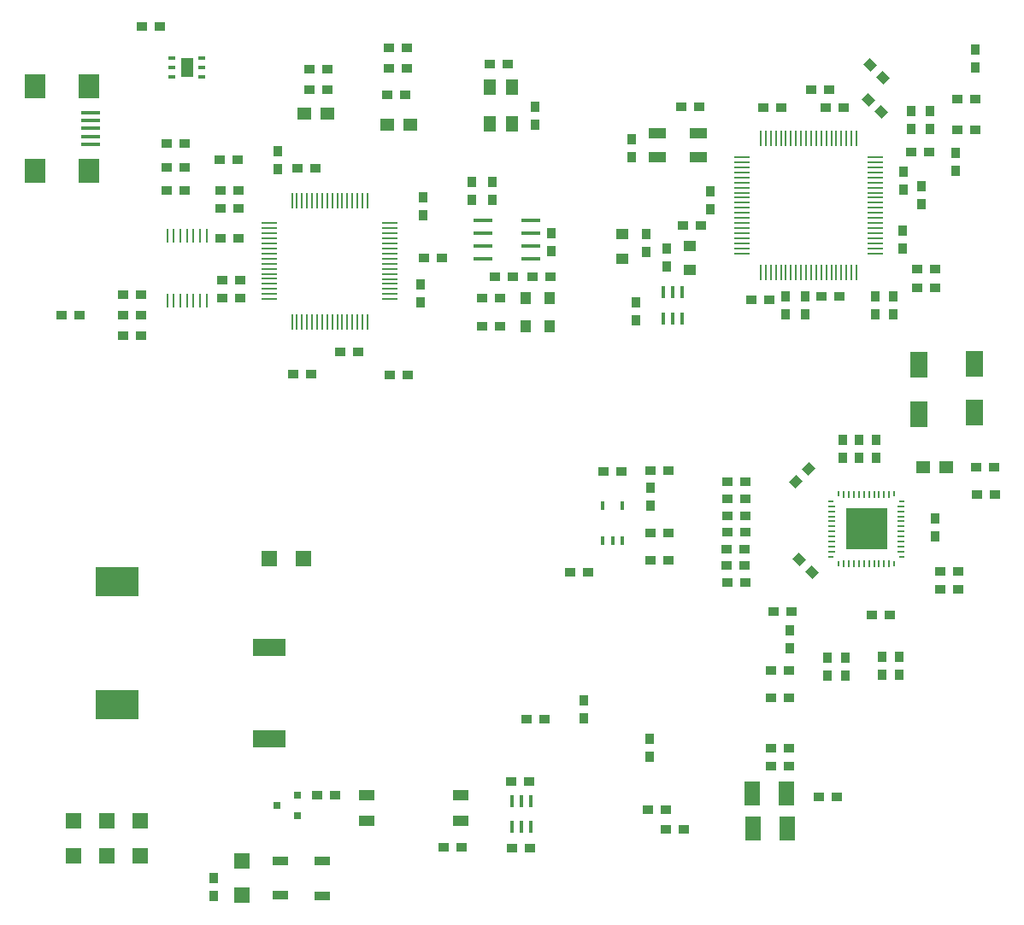
<source format=gbr>
%FSLAX23Y23*%
%MOIN*%
G04 EasyPC Gerber Version 17.0 Build 3379 *
%ADD155R,0.00584X0.06293*%
%ADD148R,0.00700X0.06100*%
%ADD172R,0.00800X0.02200*%
%ADD173R,0.00800X0.02800*%
%ADD163R,0.01057X0.05250*%
%ADD180R,0.01765X0.03537*%
%ADD151R,0.01800X0.04600*%
%ADD150R,0.03537X0.03891*%
%ADD164R,0.04324X0.04718*%
%ADD165R,0.04521X0.05899*%
%ADD161R,0.04700X0.07500*%
%ADD168R,0.05900X0.09800*%
%ADD169R,0.06805X0.09836*%
%ADD159R,0.08261X0.09443*%
%ADD178R,0.05900X0.05900*%
%ADD174R,0.16100X0.16100*%
%ADD156R,0.06293X0.00584*%
%ADD147R,0.06100X0.00700*%
%ADD170R,0.02200X0.00800*%
%ADD171R,0.02800X0.00800*%
%AMT149*0 Rectangle Pad at angle 45*21,1,0.03537,0.03891,0,0,45*%
%ADD149T149*%
%ADD160R,0.03000X0.01200*%
%ADD158R,0.07474X0.01569*%
%ADD162R,0.07400X0.01800*%
%ADD177R,0.03143X0.02750*%
%ADD153R,0.03891X0.03537*%
%ADD166R,0.06293X0.03537*%
%ADD152R,0.04718X0.04324*%
%ADD167R,0.05899X0.04324*%
%ADD154R,0.06687X0.04324*%
%ADD157R,0.05600X0.05100*%
%ADD175R,0.12592X0.07080*%
%ADD176R,0.16923X0.11411*%
%AMT179*0 Rectangle Pad at angle 135*21,1,0.03537,0.03891,0,0,135*%
%ADD179T179*%
X0Y0D02*
D02*
D147*
X3189Y2755D03*
Y2775D03*
Y2794D03*
Y2814D03*
Y2834D03*
Y2853D03*
Y2873D03*
Y2893D03*
Y2912D03*
Y2932D03*
Y2952D03*
Y2972D03*
Y2991D03*
Y3011D03*
Y3031D03*
Y3050D03*
Y3070D03*
Y3090D03*
Y3109D03*
Y3129D03*
X3711Y2755D03*
Y2775D03*
Y2794D03*
Y2814D03*
Y2834D03*
Y2853D03*
Y2873D03*
Y2893D03*
Y2912D03*
Y2932D03*
Y2952D03*
Y2972D03*
Y2991D03*
Y3011D03*
Y3031D03*
Y3050D03*
Y3070D03*
Y3090D03*
Y3109D03*
Y3129D03*
D02*
D148*
X3263Y2681D03*
Y3203D03*
X3283Y2681D03*
Y3203D03*
X3302Y2681D03*
Y3203D03*
X3322Y2681D03*
Y3203D03*
X3342Y2681D03*
Y3203D03*
X3361Y2681D03*
Y3203D03*
X3381Y2681D03*
Y3203D03*
X3401Y2681D03*
Y3203D03*
X3420Y2681D03*
Y3203D03*
X3440Y2681D03*
Y3203D03*
X3460Y2681D03*
Y3203D03*
X3480Y2681D03*
Y3203D03*
X3499Y2681D03*
Y3203D03*
X3519Y2681D03*
Y3203D03*
X3539Y2681D03*
Y3203D03*
X3558Y2681D03*
Y3203D03*
X3578Y2681D03*
Y3203D03*
X3598Y2681D03*
Y3203D03*
X3617Y2681D03*
Y3203D03*
X3637Y2681D03*
Y3203D03*
D02*
D149*
X3414Y1560D03*
X3463Y1511D03*
X3683Y3355D03*
X3689Y3490D03*
X3733Y3306D03*
X3739Y3440D03*
D02*
D150*
X1129Y246D03*
Y316D03*
X1379Y3083D03*
Y3153D03*
X1937Y2564D03*
Y2634D03*
X1947Y2904D03*
Y2974D03*
X2137Y2964D03*
Y3034D03*
X2217Y2964D03*
Y3034D03*
X2383Y3257D03*
Y3327D03*
X2447Y2764D03*
Y2834D03*
X2572Y939D03*
Y1009D03*
X2759Y3131D03*
Y3201D03*
X2775Y2492D03*
Y2562D03*
X2816Y2759D03*
Y2829D03*
X2831Y791D03*
Y861D03*
X2833Y1769D03*
Y1839D03*
X2895Y2702D03*
Y2772D03*
X3065Y2927D03*
Y2997D03*
X3360Y2517D03*
Y2587D03*
X3378Y1214D03*
Y1284D03*
X3435Y2517D03*
Y2587D03*
X3523Y1108D03*
Y1178D03*
X3583Y1958D03*
Y2028D03*
X3592Y1107D03*
Y1177D03*
X3647Y1957D03*
Y2027D03*
X3709Y2516D03*
Y2586D03*
X3712Y1957D03*
Y2027D03*
X3735Y1109D03*
Y1179D03*
X3779Y2516D03*
Y2586D03*
X3803Y1109D03*
Y1179D03*
X3815Y2772D03*
Y2842D03*
X3820Y3002D03*
Y3072D03*
X3849Y3241D03*
Y3311D03*
X3889Y2946D03*
Y3016D03*
X3924Y3241D03*
Y3311D03*
X3944Y1649D03*
Y1719D03*
X4024Y3076D03*
Y3146D03*
X4099Y3481D03*
Y3551D03*
D02*
D151*
X2292Y516D03*
Y618D03*
X2329Y516D03*
Y618D03*
X2366Y516D03*
Y618D03*
X2883Y2501D03*
Y2603D03*
X2920Y2501D03*
Y2603D03*
X2957Y2501D03*
Y2603D03*
D02*
D152*
X2723Y2734D03*
Y2829D03*
X2985Y2690D03*
Y2785D03*
D02*
D153*
X535Y2514D03*
X605D03*
X775Y2592D03*
X776Y2434D03*
X777Y2514D03*
X845Y2592D03*
X846Y2434D03*
X847Y2514D03*
X850Y3639D03*
X920D03*
X947Y2999D03*
Y3089D03*
Y3184D03*
X1017Y2999D03*
Y3089D03*
Y3184D03*
X1152Y3119D03*
X1157Y2814D03*
Y2929D03*
Y2999D03*
X1162Y2579D03*
Y2649D03*
X1222Y3119D03*
X1227Y2814D03*
Y2929D03*
Y2999D03*
X1232Y2579D03*
Y2649D03*
X1440Y2283D03*
X1456Y3087D03*
X1504Y3394D03*
Y3474D03*
X1510Y2283D03*
X1526Y3087D03*
X1533Y640D03*
X1574Y3394D03*
Y3474D03*
X1603Y640D03*
X1622Y2369D03*
X1692D03*
X1805Y3375D03*
X1812Y3478D03*
Y3558D03*
X1818Y2281D03*
X1875Y3375D03*
X1882Y3478D03*
Y3558D03*
X1888Y2281D03*
X1951Y2738D03*
X2021D03*
X2025Y436D03*
X2095D03*
X2175Y2471D03*
X2177Y2579D03*
X2207Y3493D03*
X2227Y2664D03*
X2245Y2471D03*
X2247Y2579D03*
X2277Y3493D03*
X2291Y695D03*
X2293Y432D03*
X2297Y2664D03*
X2349Y937D03*
X2361Y695D03*
X2363Y432D03*
X2372Y2664D03*
X2419Y937D03*
X2442Y2664D03*
X2520Y1511D03*
X2590D03*
X2650Y1905D03*
X2720D03*
X2824Y582D03*
X2832Y1557D03*
Y1664D03*
X2833Y1906D03*
X2893Y506D03*
X2894Y582D03*
X2902Y1557D03*
Y1664D03*
X2903Y1906D03*
X2952Y3327D03*
X2960Y2862D03*
X2963Y506D03*
X3022Y3327D03*
X3030Y2862D03*
X3130Y1601D03*
X3131Y1537D03*
X3132Y1797D03*
X3133Y1470D03*
Y1731D03*
Y1863D03*
X3134Y1666D03*
X3200Y1601D03*
X3201Y1537D03*
X3202Y1797D03*
X3203Y1470D03*
Y1731D03*
Y1863D03*
X3204Y1666D03*
X3225Y2572D03*
X3273Y3325D03*
X3295Y2572D03*
X3303Y1019D03*
X3304Y1128D03*
X3304Y824D03*
X3304Y752D03*
X3313Y1356D03*
X3343Y3325D03*
X3373Y1019D03*
X3374Y1128D03*
X3374Y824D03*
X3374Y752D03*
X3383Y1356D03*
X3461Y3393D03*
X3491Y634D03*
X3500Y2587D03*
X3516Y3322D03*
X3531Y3393D03*
X3561Y634D03*
X3570Y2587D03*
X3586Y3322D03*
X3695Y1344D03*
X3765D03*
X3849Y3151D03*
X3874Y2621D03*
X3874Y2693D03*
X3919Y3151D03*
X3944Y2621D03*
X3944Y2693D03*
X3962Y1443D03*
Y1515D03*
X4029Y3358D03*
X4029Y3236D03*
X4032Y1443D03*
Y1515D03*
X4099Y3358D03*
X4099Y3236D03*
X4102Y1919D03*
X4105Y1813D03*
X4172Y1919D03*
X4175Y1813D03*
D02*
D154*
X2860Y3130D03*
Y3225D03*
X3021Y3130D03*
Y3225D03*
D02*
D155*
X1435Y2488D03*
Y2961D03*
X1454Y2488D03*
Y2961D03*
X1474Y2488D03*
Y2961D03*
X1494Y2488D03*
Y2961D03*
X1513Y2488D03*
X1513Y2961D03*
X1533Y2488D03*
Y2961D03*
X1553Y2488D03*
Y2961D03*
X1572Y2488D03*
Y2961D03*
X1592Y2488D03*
Y2961D03*
X1612Y2488D03*
Y2961D03*
X1631Y2488D03*
Y2961D03*
X1651Y2488D03*
Y2961D03*
X1671Y2488D03*
Y2961D03*
X1690Y2488D03*
Y2961D03*
X1710Y2488D03*
Y2961D03*
X1730Y2488D03*
Y2961D03*
D02*
D156*
X1346Y2577D03*
Y2597D03*
Y2616D03*
Y2636D03*
Y2656D03*
Y2675D03*
Y2695D03*
Y2715D03*
Y2734D03*
Y2754D03*
Y2774D03*
Y2793D03*
Y2813D03*
Y2833D03*
Y2852D03*
Y2872D03*
X1818Y2577D03*
Y2596D03*
Y2616D03*
Y2636D03*
Y2655D03*
Y2675D03*
Y2695D03*
Y2715D03*
Y2734D03*
Y2754D03*
Y2774D03*
Y2793D03*
Y2813D03*
Y2833D03*
Y2852D03*
Y2872D03*
D02*
D157*
X1484Y3299D03*
X1574D03*
X1806Y3257D03*
X1896D03*
X3896Y1920D03*
X3986D03*
D02*
D158*
X651Y3179D03*
Y3210D03*
Y3242D03*
Y3273D03*
Y3305D03*
D02*
D159*
X433Y3076D03*
Y3407D03*
X642Y3076D03*
Y3407D03*
D02*
D160*
X968Y3443D03*
Y3480D03*
Y3517D03*
X1082Y3443D03*
Y3480D03*
Y3517D03*
D02*
D161*
X1025Y3480D03*
D02*
D162*
X2179Y2734D03*
Y2784D03*
Y2834D03*
Y2884D03*
X2365Y2734D03*
Y2784D03*
Y2834D03*
Y2884D03*
D02*
D163*
X949Y2570D03*
Y2824D03*
X974Y2570D03*
Y2824D03*
X1000Y2570D03*
Y2824D03*
X1025Y2570D03*
Y2824D03*
X1051Y2570D03*
Y2824D03*
X1077Y2570D03*
Y2824D03*
X1102Y2570D03*
Y2824D03*
D02*
D164*
X2345Y2579D03*
X2345Y2471D03*
X2439Y2579D03*
X2440Y2471D03*
D02*
D165*
X2207Y3259D03*
Y3405D03*
X2293Y3259D03*
Y3405D03*
D02*
D166*
X1389Y249D03*
Y383D03*
X1554Y248D03*
Y382D03*
D02*
D167*
X1727Y539D03*
Y639D03*
X2093Y539D03*
Y639D03*
D02*
D168*
X3229Y648D03*
X3232Y510D03*
X3363Y648D03*
X3366Y510D03*
D02*
D169*
X3879Y2128D03*
Y2321D03*
X4096Y2132D03*
Y2325D03*
D02*
D170*
X3538Y1571D03*
Y1787D03*
X3812Y1571D03*
Y1787D03*
D02*
D171*
X3541Y1590D03*
Y1610D03*
Y1630D03*
Y1649D03*
Y1669D03*
Y1689D03*
Y1709D03*
Y1728D03*
Y1748D03*
Y1768D03*
X3809Y1590D03*
Y1610D03*
Y1630D03*
Y1649D03*
Y1669D03*
Y1689D03*
Y1709D03*
Y1728D03*
Y1748D03*
Y1768D03*
D02*
D172*
X3567Y1542D03*
Y1816D03*
X3783Y1542D03*
Y1816D03*
D02*
D173*
X3586Y1545D03*
Y1813D03*
X3606Y1545D03*
Y1813D03*
X3626Y1545D03*
Y1813D03*
X3645Y1545D03*
Y1813D03*
X3665Y1545D03*
Y1813D03*
X3685Y1545D03*
Y1813D03*
X3705Y1545D03*
Y1813D03*
X3724Y1545D03*
Y1813D03*
X3744Y1545D03*
Y1813D03*
X3764Y1545D03*
Y1813D03*
D02*
D174*
X3675Y1679D03*
D02*
D175*
X1348Y859D03*
Y1218D03*
D02*
D176*
X753Y995D03*
Y1472D03*
D02*
D177*
X1377Y600D03*
X1457Y560D03*
Y640D03*
D02*
D178*
X584Y405D03*
Y539D03*
X714Y405D03*
Y539D03*
X842Y405D03*
Y539D03*
X1239Y249D03*
Y383D03*
X1347Y1562D03*
X1481D03*
D02*
D179*
X3400Y1863D03*
X3449Y1912D03*
D02*
D180*
X2647Y1635D03*
Y1769D03*
X2685Y1635D03*
X2722D03*
Y1769D03*
X0Y0D02*
M02*

</source>
